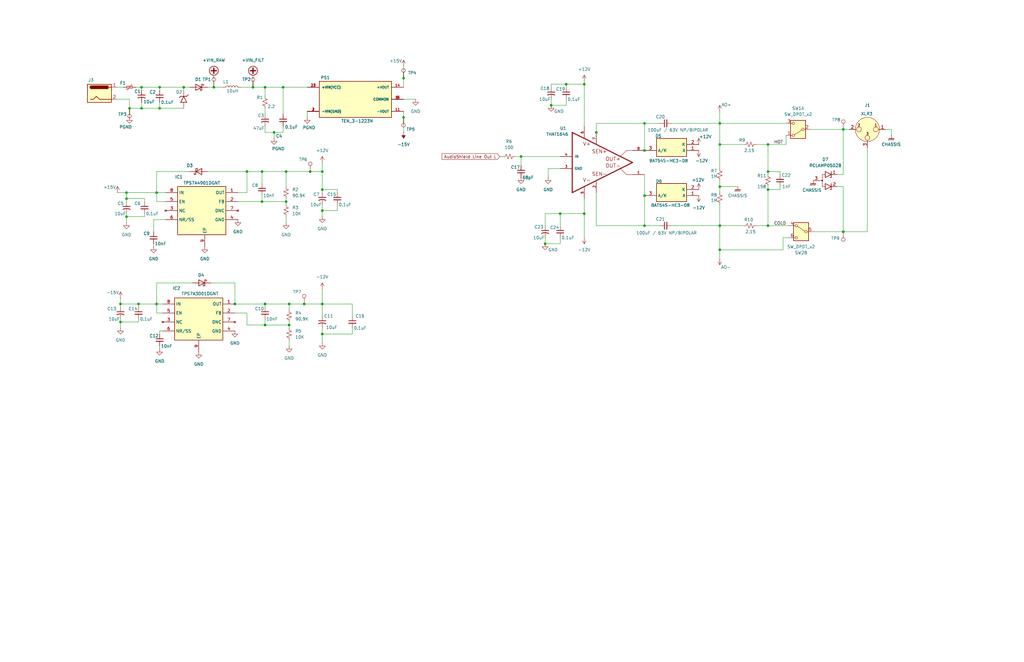
<source format=kicad_sch>
(kicad_sch (version 20250114) (generator "eeschema") (generator_version "9.0")
  (paper "USLedger")
  (lib_symbols
    (symbol "0MyDownloads:BAT54S-HE3-08"
      (property "Reference" "D" (at 19.05 7.62 0))
      (property "Value" "BAT54S-HE3-08" (at 19.05 5.08 0))
      (symbol "BAT54S-HE3-08_1_1"
        (pin passive line (at 0 0 0) (length 5.08) (name "A") (number "1"))
        (pin passive line (at 0 -2.54 0) (length 5.08) (name "K") (number "2"))
        (pin passive line (at 22.86 0 180) (length 5.08) (name "A/K") (number "3"))
      )
    )
    (symbol "0MyDownloads:SMBJ24A" (pin_numbers (hide yes)) (pin_names (hide yes))
      (property "Reference" "D" (at 0 2.54 0))
      (property "Value" "SMBJ24A" (at 0.254 -3.81 0))
      (symbol "SMBJ24A_1_1"
        (pin passive line (at 0 0 0) (length 2.54) (name "K") (number "1"))
        (pin passive line (at 7.62 0 180) (length 2.54) (name "A") (number "2"))
      )
    )
    (symbol "0MyDownloads:TEN_3-1223N" (pin_names (offset 1.016))
      (property "Reference" "PS" (at -15.24 8.382 0))
      (property "Value" "TEN_3-1223N" (at -15.24 -10.16 0))
      (symbol "TEN_3-1223N_0_0"
        (pin input line (at -20.32 5.08 0) (length 5.08) (name "+VIN(VCC)") (number "22"))
        (pin input line (at -20.32 5.08 0) (length 5.08) (name "+VIN(VCC)") (number "23"))
        (pin input line (at -20.32 -5.08 0) (length 5.08) (name "-VIN(GND)") (number "2"))
        (pin input line (at -20.32 -5.08 0) (length 5.08) (name "-VIN(GND)") (number "3"))
        (pin output line (at 20.32 5.08 180) (length 5.08) (name "+VOUT") (number "14"))
        (pin output line (at 20.32 0 180) (length 5.08) (name "COMMON") (number "16"))
        (pin output line (at 20.32 0 180) (length 5.08) (name "COMMON") (number "9"))
        (pin output line (at 20.32 -5.08 180) (length 5.08) (name "-VOUT") (number "11"))
      )
    )
    (symbol "0MyDownloads:TPS7A3001DGNT"
      (property "Reference" "IC" (at -0.254 5.842 0))
      (property "Value" "TPS7A3001DGNT" (at 8.128 4.318 0))
      (symbol "TPS7A3001DGNT_1_1"
        (pin passive line (at 0 0 0) (length 5.08) (name "IN") (number "8"))
        (pin passive line (at 0 -3.81 0) (length 5.08) (name "EN") (number "5"))
        (pin no_connect line (at 0 -7.62 0) (length 5.08) (name "NC") (number "3"))
        (pin passive line (at 0 -11.43 0) (length 5.08) (name "NR/SS") (number "6"))
        (pin passive line (at 15.24 -20.32 90) (length 5.08) (name "EP") (number "9"))
        (pin passive line (at 30.48 0 180) (length 5.08) (name "OUT") (number "1"))
        (pin passive line (at 30.48 -3.81 180) (length 5.08) (name "FB") (number "2"))
        (pin no_connect line (at 30.48 -7.62 180) (length 5.08) (name "DNC") (number "7"))
        (pin passive line (at 30.48 -11.43 180) (length 5.08) (name "GND") (number "4"))
      )
    )
    (symbol "0MyDownloads:TPS7A4901DGNT"
      (property "Reference" "IC" (at 0.254 5.334 0))
      (property "Value" "TPS7A4901DGNT" (at 8.128 4.826 0))
      (symbol "TPS7A4901DGNT_1_1"
        (pin passive line (at 0 0 0) (length 5.08) (name "IN") (number "8"))
        (pin passive line (at 0 -3.81 0) (length 5.08) (name "EN") (number "5"))
        (pin no_connect line (at 0 -7.62 0) (length 5.08) (name "NC") (number "3"))
        (pin passive line (at 0 -11.43 0) (length 5.08) (name "NR/SS") (number "6"))
        (pin passive line (at 16.51 -22.86 90) (length 5.08) (name "EP") (number "9"))
        (pin passive line (at 30.48 0 180) (length 5.08) (name "OUT") (number "1"))
        (pin passive line (at 30.48 -3.81 180) (length 5.08) (name "FB") (number "2"))
        (pin no_connect line (at 30.48 -7.62 180) (length 5.08) (name "DNC") (number "7"))
        (pin passive line (at 30.48 -11.43 180) (length 5.08) (name "GND") (number "4"))
      )
    )
    (symbol "Connector:Barrel_Jack" (pin_names (offset 1.016))
      (property "Reference" "J" (at 0 5.334 0))
      (property "Value" "Barrel_Jack" (at 0 -5.08 0))
      (symbol "Barrel_Jack_1_1"
        (pin passive line (at 7.62 2.54 180) (length 2.54) (name "~") (number "1"))
        (pin passive line (at 7.62 -2.54 180) (length 2.54) (name "~") (number "2"))
      )
    )
    (symbol "Connector:TestPoint" (pin_numbers (hide yes)) (pin_names (offset 0.762) (hide yes))
      (property "Reference" "TP" (at 0 6.858 0))
      (property "Value" "TestPoint" (at 0 5.08 0))
      (symbol "TestPoint_1_1"
        (pin passive line (at 0 0 90) (length 2.54) (name "1") (number "1"))
      )
    )
    (symbol "Connector_Audio:XLR3" (pin_names (hide yes))
      (property "Reference" "J" (at 0 8.89 0))
      (property "Value" "XLR3" (at 0 6.35 0))
      (symbol "XLR3_0_1"
        (text "1" (at -3.556 1.778 0) (effects (font (size 1.016 1.016) (bold yes))))
        (text "3" (at 0 -1.778 0) (effects (font (size 1.016 1.016) (bold yes))))
        (text "2" (at 3.556 1.778 0) (effects (font (size 1.016 1.016) (bold yes))))
        (pin passive line (at -7.62 0 0) (length 2.54) (name "~") (number "1"))
        (pin passive line (at 0 -7.62 90) (length 2.54) (name "~") (number "3"))
        (pin passive line (at 7.62 0 180) (length 2.54) (name "~") (number "2"))
      )
    )
    (symbol "Device:C_Small" (pin_numbers (hide yes)) (pin_names (offset 0.254) (hide yes))
      (property "Reference" "C" (at 0.254 1.778 0))
      (property "Value" "C_Small" (at 0.254 -2.032 0))
      (symbol "C_Small_1_1"
        (pin passive line (at 0 2.54 270) (length 2.032) (name "~") (number "1"))
        (pin passive line (at 0 -2.54 90) (length 2.032) (name "~") (number "2"))
      )
    )
    (symbol "Device:C_Small_US" (pin_numbers (hide yes)) (pin_names (offset 0.254) (hide yes))
      (property "Reference" "C" (at 0.254 1.778 0))
      (property "Value" "C_Small_US" (at 0.254 -2.032 0))
      (symbol "C_Small_US_1_1"
        (pin passive line (at 0 2.54 270) (length 2.032) (name "~") (number "1"))
        (pin passive line (at 0 -2.54 90) (length 2.032) (name "~") (number "2"))
      )
    )
    (symbol "Device:L" (pin_numbers (hide yes)) (pin_names (offset 1.016) (hide yes))
      (property "Reference" "L" (at -1.27 0 90))
      (property "Value" "L" (at 1.905 0 90))
      (symbol "L_1_1"
        (pin passive line (at 0 3.81 270) (length 1.27) (name "1") (number "1"))
        (pin passive line (at 0 -3.81 90) (length 1.27) (name "2") (number "2"))
      )
    )
    (symbol "Device:Polyfuse_Small" (pin_numbers (hide yes)) (pin_names (offset 0))
      (property "Reference" "F" (at -1.905 0 90))
      (property "Value" "Polyfuse_Small" (at 1.905 0 90))
      (symbol "Polyfuse_Small_1_1"
        (pin passive line (at 0 2.54 270) (length 0.635) (name "~") (number "1"))
        (pin passive line (at 0 -2.54 90) (length 0.635) (name "~") (number "2"))
      )
    )
    (symbol "Device:R_Small_US" (pin_numbers (hide yes)) (pin_names (offset 0.254) (hide yes))
      (property "Reference" "R" (at 0.762 0.508 0))
      (property "Value" "R_Small_US" (at 0.762 -1.016 0))
      (symbol "R_Small_US_1_1"
        (pin passive line (at 0 2.54 270) (length 1.016) (name "~") (number "1"))
        (pin passive line (at 0 -2.54 90) (length 1.016) (name "~") (number "2"))
      )
    )
    (symbol "Diode:SS14" (pin_numbers (hide yes)) (pin_names (offset 1.016) (hide yes))
      (property "Reference" "D" (at 0 2.54 0))
      (property "Value" "SS14" (at 0 -2.54 0))
      (symbol "SS14_1_1"
        (pin passive line (at -3.81 0 0) (length 2.54) (name "K") (number "1"))
        (pin passive line (at 3.81 0 180) (length 2.54) (name "A") (number "2"))
      )
    )
    (symbol "MySamacSys:THAT1646" (pin_names (offset 1.016))
      (property "Reference" "U" (at 5.08 11.43 0))
      (property "Value" "THAT1646" (at 5.08 8.89 0))
      (symbol "THAT1646_0_0"
        (text "V+" (at -5.715 6.985 0) (effects (font (size 1.524 1.524)) (justify left bottom)))
        (text "V-" (at -5.715 -8.255 0) (effects (font (size 1.524 1.524)) (justify left bottom)))
        (text "SEN+" (at -1.905 3.81 0) (effects (font (size 1.524 1.524)) (justify left bottom)))
        (text "SEN-" (at -1.905 -5.715 0) (effects (font (size 1.524 1.524)) (justify left bottom)))
        (text "OUT+" (at 3.81 0.635 0) (effects (font (size 1.524 1.524)) (justify left bottom)))
        (text "OUT-" (at 3.81 -2.2225 0) (effects (font (size 1.524 1.524)) (justify left bottom)))
        (pin input line (at -15.24 2.54 0) (length 5.08) (name "IN") (number "4"))
        (pin input line (at -15.24 -2.54 0) (length 5.08) (name "GND") (number "3"))
        (pin power_in line (at -5.08 15.24 270) (length 5.08) (name "~") (number "6"))
        (pin power_in line (at -5.08 -15.24 90) (length 5.08) (name "~") (number "5"))
        (pin output line (at 0 12.7 270) (length 5.08) (name "~") (number "7"))
        (pin passive line (at 0 -12.7 90) (length 5.08) (name "~") (number "2"))
        (pin output line (at 20.32 5.08 180) (length 5.08) (name "~") (number "8"))
        (pin output line (at 20.32 -5.08 180) (length 5.08) (name "~") (number "1"))
      )
    )
    (symbol "Power_Protection:RCLAMP0502B" (pin_names (hide yes))
      (property "Reference" "D" (at 0 5.08 0))
      (property "Value" "RCLAMP0502B" (at 0 -5.08 0))
      (symbol "RCLAMP0502B_0_1"
        (pin passive line (at -5.08 0 0) (length 2.54) (name "A") (number "3"))
      )
      (symbol "RCLAMP0502B_1_1"
        (pin passive line (at 5.08 2.54 180) (length 2.54) (name "K1") (number "1"))
        (pin passive line (at 5.08 -2.54 180) (length 2.54) (name "K2") (number "2"))
      )
    )
    (symbol "Switch:SW_DPDT_x2" (pin_names (offset 0) (hide yes))
      (property "Reference" "SW" (at 0 5.08 0))
      (property "Value" "SW_DPDT_x2" (at 0 -5.08 0))
      (symbol "SW_DPDT_x2_1_1"
        (pin passive line (at -5.08 0 0) (length 2.54) (name "B") (number "2"))
        (pin passive line (at 5.08 2.54 180) (length 2.54) (name "A") (number "1"))
        (pin passive line (at 5.08 -2.54 180) (length 2.54) (name "C") (number "3"))
      )
      (symbol "SW_DPDT_x2_2_1"
        (pin passive line (at -5.08 0 0) (length 2.54) (name "B") (number "5"))
        (pin passive line (at 5.08 2.54 180) (length 2.54) (name "A") (number "4"))
        (pin passive line (at 5.08 -2.54 180) (length 2.54) (name "C") (number "6"))
      )
    )
    (symbol "power:+12C" (power) (pin_numbers (hide yes)) (pin_names (offset 0) (hide yes))
      (property "Value" "+12C" (at 0 3.556 0))
      (symbol "+12C_1_1"
        (pin power_in line (at 0 0 90) (length 0) (name "~") (number "1"))
      )
    )
    (symbol "power:+15V" (power) (pin_numbers (hide yes)) (pin_names (offset 0) (hide yes))
      (property "Value" "+15V" (at 0 3.556 0))
      (symbol "+15V_1_1"
        (pin power_in line (at 0 0 90) (length 0) (name "~") (number "1"))
      )
    )
    (symbol "power:+VDC" (power) (pin_numbers (hide yes)) (pin_names (offset 0) (hide yes))
      (property "Value" "+VDC" (at 0 6.35 0))
      (symbol "+VDC_1_1"
        (pin power_in line (at 0 0 90) (length 0) (name "~") (number "1"))
      )
    )
    (symbol "power:-15V" (power) (pin_numbers (hide yes)) (pin_names (offset 0) (hide yes))
      (property "Value" "-15V" (at 0 3.556 0))
      (symbol "-15V_0_0"
        (pin power_in line (at 0 0 90) (length 0) (name "~") (number "1"))
      )
    )
    (symbol "power:GND" (power) (pin_numbers (hide yes)) (pin_names (offset 0) (hide yes))
      (property "Value" "GND" (at 0 -3.81 0))
      (symbol "GND_1_1"
        (pin power_in line (at 0 0 270) (length 0) (name "~") (number "1"))
      )
    )
    (symbol "power:GNDPWR" (power) (pin_numbers (hide yes)) (pin_names (offset 0) (hide yes))
      (property "Value" "GNDPWR" (at 0 -3.302 0))
      (symbol "GNDPWR_1_1"
        (pin power_in line (at 0 0 270) (length 0) (name "~") (number "1"))
      )
    )
  )
  (junction (at 66.04 81.28))
  (junction (at 66.04 128.27))
  (junction (at 135.89 80.01))
  (junction (at 111.76 128.27))
  (junction (at 303.53 78.74))
  (junction (at 67.31 45.72))
  (junction (at 58.42 128.27))
  (junction (at 111.76 137.16))
  (junction (at 323.85 80.01))
  (junction (at 355.6 97.79))
  (junction (at 110.49 72.39))
  (junction (at 53.34 81.28))
  (junction (at 271.78 52.07))
  (junction (at 59.69 36.83))
  (junction (at 130.81 72.39))
  (junction (at 111.76 36.83))
  (junction (at 236.22 90.17))
  (junction (at 271.78 82.55))
  (junction (at 246.38 90.17))
  (junction (at 219.71 66.04))
  (junction (at 303.53 52.07))
  (junction (at 50.8 128.27))
  (junction (at 232.41 44.45))
  (junction (at 77.47 36.83))
  (junction (at 99.06 128.27))
  (junction (at 323.85 95.25))
  (junction (at 271.78 95.25))
  (junction (at 135.89 88.9))
  (junction (at 271.78 63.5))
  (junction (at 90.17 36.83))
  (junction (at 121.92 137.16))
  (junction (at 229.87 102.87))
  (junction (at 135.89 140.97))
  (junction (at 246.38 35.56))
  (junction (at 121.92 128.27))
  (junction (at 59.69 45.72))
  (junction (at 303.53 105.41))
  (junction (at 323.85 72.39))
  (junction (at 110.49 85.09))
  (junction (at 53.34 91.44))
  (junction (at 170.18 33.02))
  (junction (at 170.18 49.53))
  (junction (at 303.53 95.25))
  (junction (at 115.57 55.88))
  (junction (at 238.76 35.56))
  (junction (at 67.31 36.83))
  (junction (at 50.8 135.89))
  (junction (at 54.61 45.72))
  (junction (at 303.53 60.96))
  (junction (at 251.46 55.88))
  (junction (at 104.14 72.39))
  (junction (at 53.34 83.82))
  (junction (at 135.89 128.27))
  (junction (at 120.65 72.39))
  (junction (at 119.38 36.83))
  (junction (at 355.6 54.61))
  (junction (at 120.65 85.09))
  (junction (at 323.85 60.96))
  (junction (at 135.89 72.39))
  (junction (at 128.27 128.27))
  (junction (at 106.68 36.83))
  (wire (pts (xy 67.31 38.1) (xy 67.31 36.83)))
  (wire (pts (xy 353.06 78.74) (xy 355.6 78.74)))
  (wire (pts (xy 90.17 36.83) (xy 93.98 36.83)))
  (wire (pts (xy 99.06 128.27) (xy 111.76 128.27)))
  (wire (pts (xy 210.82 66.04) (xy 212.09 66.04)))
  (wire (pts (xy 120.65 78.74) (xy 120.65 72.39)))
  (wire (pts (xy 170.18 49.53) (xy 170.18 46.99)))
  (wire (pts (xy 355.6 54.61) (xy 355.6 73.66)))
  (wire (pts (xy 49.53 36.83) (xy 52.07 36.83)))
  (wire (pts (xy 111.76 134.62) (xy 111.76 137.16)))
  (wire (pts (xy 81.28 119.38) (xy 66.04 119.38)))
  (wire (pts (xy 238.76 35.56) (xy 232.41 35.56)))
  (wire (pts (xy 135.89 72.39) (xy 135.89 80.01)))
  (wire (pts (xy 49.53 81.28) (xy 53.34 81.28)))
  (wire (pts (xy 217.17 66.04) (xy 219.71 66.04)))
  (wire (pts (xy 59.69 36.83) (xy 59.69 38.1)))
  (wire (pts (xy 271.78 52.07) (xy 271.78 63.5)))
  (wire (pts (xy 110.49 72.39) (xy 104.14 72.39)))
  (wire (pts (xy 303.53 52.07) (xy 331.47 52.07)))
  (wire (pts (xy 60.96 91.44) (xy 53.34 91.44)))
  (wire (pts (xy 148.59 133.35) (xy 148.59 128.27)))
  (wire (pts (xy 355.6 54.61) (xy 358.14 54.61)))
  (wire (pts (xy 121.92 143.51) (xy 121.92 146.05)))
  (wire (pts (xy 271.78 82.55) (xy 271.78 95.25)))
  (wire (pts (xy 50.8 138.43) (xy 50.8 135.89)))
  (wire (pts (xy 328.93 80.01) (xy 328.93 78.74)))
  (wire (pts (xy 104.14 72.39) (xy 104.14 81.28)))
  (wire (pts (xy 67.31 36.83) (xy 77.47 36.83)))
  (wire (pts (xy 58.42 135.89) (xy 50.8 135.89)))
  (wire (pts (xy 53.34 83.82) (xy 53.34 81.28)))
  (wire (pts (xy 323.85 60.96) (xy 331.47 60.96)))
  (wire (pts (xy 111.76 36.83) (xy 111.76 40.64)))
  (wire (pts (xy 110.49 72.39) (xy 110.49 77.47)))
  (wire (pts (xy 53.34 85.09) (xy 53.34 83.82)))
  (wire (pts (xy 58.42 129.54) (xy 58.42 128.27)))
  (wire (pts (xy 323.85 80.01) (xy 323.85 95.25)))
  (wire (pts (xy 303.53 60.96) (xy 313.69 60.96)))
  (wire (pts (xy 50.8 128.27) (xy 50.8 125.73)))
  (wire (pts (xy 53.34 91.44) (xy 53.34 90.17)))
  (wire (pts (xy 66.04 85.09) (xy 66.04 81.28)))
  (wire (pts (xy 119.38 53.34) (xy 119.38 55.88)))
  (wire (pts (xy 66.04 132.08) (xy 66.04 128.27)))
  (wire (pts (xy 111.76 137.16) (xy 121.92 137.16)))
  (wire (pts (xy 121.92 128.27) (xy 111.76 128.27)))
  (wire (pts (xy 219.71 66.04) (xy 219.71 69.85)))
  (wire (pts (xy 135.89 68.58) (xy 135.89 72.39)))
  (wire (pts (xy 120.65 83.82) (xy 120.65 85.09)))
  (wire (pts (xy 50.8 135.89) (xy 50.8 134.62)))
  (wire (pts (xy 54.61 45.72) (xy 59.69 45.72)))
  (wire (pts (xy 355.6 97.79) (xy 365.76 97.79)))
  (wire (pts (xy 119.38 48.26) (xy 119.38 36.83)))
  (wire (pts (xy 170.18 55.88) (xy 170.18 49.53)))
  (wire (pts (xy 283.21 52.07) (xy 303.53 52.07)))
  (wire (pts (xy 111.76 55.88) (xy 111.76 53.34)))
  (wire (pts (xy 251.46 81.28) (xy 251.46 95.25)))
  (wire (pts (xy 104.14 132.08) (xy 104.14 137.16)))
  (wire (pts (xy 66.04 119.38) (xy 66.04 128.27)))
  (wire (pts (xy 142.24 88.9) (xy 135.89 88.9)))
  (wire (pts (xy 50.8 129.54) (xy 50.8 128.27)))
  (wire (pts (xy 77.47 38.1) (xy 77.47 36.83)))
  (wire (pts (xy 64.77 104.14) (xy 64.77 102.87)))
  (wire (pts (xy 99.06 132.08) (xy 104.14 132.08)))
  (wire (pts (xy 106.68 33.02) (xy 106.68 36.83)))
  (wire (pts (xy 135.89 88.9) (xy 135.89 86.36)))
  (wire (pts (xy 323.85 95.25) (xy 332.74 95.25)))
  (wire (pts (xy 341.63 54.61) (xy 355.6 54.61)))
  (wire (pts (xy 323.85 73.66) (xy 323.85 72.39)))
  (wire (pts (xy 121.92 135.89) (xy 121.92 137.16)))
  (wire (pts (xy 303.53 60.96) (xy 303.53 71.12)))
  (wire (pts (xy 54.61 45.72) (xy 54.61 49.53)))
  (wire (pts (xy 135.89 128.27) (xy 135.89 133.35)))
  (wire (pts (xy 67.31 147.32) (xy 67.31 146.05)))
  (wire (pts (xy 318.77 60.96) (xy 323.85 60.96)))
  (wire (pts (xy 100.33 81.28) (xy 104.14 81.28)))
  (wire (pts (xy 121.92 137.16) (xy 121.92 138.43)))
  (wire (pts (xy 120.65 85.09) (xy 120.65 86.36)))
  (wire (pts (xy 104.14 137.16) (xy 111.76 137.16)))
  (wire (pts (xy 110.49 82.55) (xy 110.49 85.09)))
  (wire (pts (xy 69.85 85.09) (xy 66.04 85.09)))
  (wire (pts (xy 375.92 54.61) (xy 375.92 57.15)))
  (wire (pts (xy 142.24 81.28) (xy 142.24 80.01)))
  (wire (pts (xy 251.46 95.25) (xy 271.78 95.25)))
  (wire (pts (xy 66.04 81.28) (xy 69.85 81.28)))
  (wire (pts (xy 135.89 121.92) (xy 135.89 128.27)))
  (wire (pts (xy 236.22 102.87) (xy 229.87 102.87)))
  (wire (pts (xy 54.61 41.91) (xy 54.61 45.72)))
  (wire (pts (xy 58.42 128.27) (xy 66.04 128.27)))
  (wire (pts (xy 135.89 140.97) (xy 135.89 138.43)))
  (wire (pts (xy 170.18 41.91) (xy 175.26 41.91)))
  (wire (pts (xy 365.76 62.23) (xy 365.76 97.79)))
  (wire (pts (xy 232.41 35.56) (xy 232.41 36.83)))
  (wire (pts (xy 111.76 55.88) (xy 115.57 55.88)))
  (wire (pts (xy 53.34 93.98) (xy 53.34 91.44)))
  (wire (pts (xy 170.18 36.83) (xy 170.18 33.02)))
  (wire (pts (xy 303.53 86.36) (xy 303.53 95.25)))
  (wire (pts (xy 130.81 72.39) (xy 135.89 72.39)))
  (wire (pts (xy 355.6 78.74) (xy 355.6 97.79)))
  (wire (pts (xy 236.22 90.17) (xy 229.87 90.17)))
  (wire (pts (xy 246.38 100.33) (xy 246.38 90.17)))
  (wire (pts (xy 148.59 128.27) (xy 135.89 128.27)))
  (wire (pts (xy 238.76 44.45) (xy 232.41 44.45)))
  (wire (pts (xy 68.58 132.08) (xy 66.04 132.08)))
  (wire (pts (xy 323.85 80.01) (xy 323.85 78.74)))
  (wire (pts (xy 53.34 81.28) (xy 66.04 81.28)))
  (wire (pts (xy 60.96 85.09) (xy 60.96 83.82)))
  (wire (pts (xy 54.61 41.91) (xy 49.53 41.91)))
  (wire (pts (xy 231.14 71.12) (xy 231.14 74.93)))
  (wire (pts (xy 236.22 100.33) (xy 236.22 102.87)))
  (wire (pts (xy 67.31 140.97) (xy 67.31 139.7)))
  (wire (pts (xy 99.06 119.38) (xy 99.06 128.27)))
  (wire (pts (xy 271.78 95.25) (xy 278.13 95.25)))
  (wire (pts (xy 87.63 36.83) (xy 90.17 36.83)))
  (wire (pts (xy 330.2 105.41) (xy 330.2 100.33)))
  (wire (pts (xy 101.6 36.83) (xy 106.68 36.83)))
  (wire (pts (xy 251.46 52.07) (xy 271.78 52.07)))
  (wire (pts (xy 58.42 134.62) (xy 58.42 135.89)))
  (wire (pts (xy 130.81 72.39) (xy 120.65 72.39)))
  (wire (pts (xy 323.85 80.01) (xy 328.93 80.01)))
  (wire (pts (xy 238.76 41.91) (xy 238.76 44.45)))
  (wire (pts (xy 251.46 52.07) (xy 251.46 55.88)))
  (wire (pts (xy 232.41 44.45) (xy 232.41 41.91)))
  (wire (pts (xy 303.53 95.25) (xy 313.69 95.25)))
  (wire (pts (xy 59.69 36.83) (xy 67.31 36.83)))
  (wire (pts (xy 303.53 52.07) (xy 303.53 60.96)))
  (wire (pts (xy 330.2 100.33) (xy 332.74 100.33)))
  (wire (pts (xy 67.31 139.7) (xy 68.58 139.7)))
  (wire (pts (xy 236.22 90.17) (xy 246.38 90.17)))
  (wire (pts (xy 100.33 85.09) (xy 110.49 85.09)))
  (wire (pts (xy 64.77 92.71) (xy 69.85 92.71)))
  (wire (pts (xy 323.85 60.96) (xy 323.85 72.39)))
  (wire (pts (xy 111.76 128.27) (xy 111.76 129.54)))
  (wire (pts (xy 148.59 138.43) (xy 148.59 140.97)))
  (wire (pts (xy 342.9 97.79) (xy 355.6 97.79)))
  (wire (pts (xy 303.53 46.99) (xy 303.53 52.07)))
  (wire (pts (xy 50.8 128.27) (xy 58.42 128.27)))
  (wire (pts (xy 60.96 83.82) (xy 53.34 83.82)))
  (wire (pts (xy 331.47 60.96) (xy 331.47 57.15)))
  (wire (pts (xy 303.53 105.41) (xy 330.2 105.41)))
  (wire (pts (xy 128.27 128.27) (xy 135.89 128.27)))
  (wire (pts (xy 115.57 55.88) (xy 119.38 55.88)))
  (wire (pts (xy 251.46 59.69) (xy 251.46 55.88)))
  (wire (pts (xy 373.38 54.61) (xy 375.92 54.61)))
  (wire (pts (xy 106.68 36.83) (xy 111.76 36.83)))
  (wire (pts (xy 66.04 72.39) (xy 66.04 81.28)))
  (wire (pts (xy 129.54 49.53) (xy 129.54 46.99)))
  (wire (pts (xy 80.01 72.39) (xy 66.04 72.39)))
  (wire (pts (xy 271.78 73.66) (xy 271.78 82.55)))
  (wire (pts (xy 303.53 95.25) (xy 303.53 105.41)))
  (wire (pts (xy 77.47 36.83) (xy 80.01 36.83)))
  (wire (pts (xy 246.38 35.56) (xy 246.38 53.34)))
  (wire (pts (xy 121.92 130.81) (xy 121.92 128.27)))
  (wire (pts (xy 120.65 91.44) (xy 120.65 93.98)))
  (wire (pts (xy 60.96 90.17) (xy 60.96 91.44)))
  (wire (pts (xy 115.57 58.42) (xy 115.57 55.88)))
  (wire (pts (xy 59.69 45.72) (xy 67.31 45.72)))
  (wire (pts (xy 142.24 80.01) (xy 135.89 80.01)))
  (wire (pts (xy 135.89 80.01) (xy 135.89 81.28)))
  (wire (pts (xy 318.77 95.25) (xy 323.85 95.25)))
  (wire (pts (xy 170.18 33.02) (xy 170.18 27.94)))
  (wire (pts (xy 120.65 72.39) (xy 110.49 72.39)))
  (wire (pts (xy 236.22 95.25) (xy 236.22 90.17)))
  (wire (pts (xy 135.89 91.44) (xy 135.89 88.9)))
  (wire (pts (xy 303.53 76.2) (xy 303.53 78.74)))
  (wire (pts (xy 67.31 45.72) (xy 77.47 45.72)))
  (wire (pts (xy 271.78 52.07) (xy 278.13 52.07)))
  (wire (pts (xy 119.38 36.83) (xy 129.54 36.83)))
  (wire (pts (xy 90.17 33.02) (xy 90.17 36.83)))
  (wire (pts (xy 246.38 35.56) (xy 238.76 35.56)))
  (wire (pts (xy 110.49 85.09) (xy 120.65 85.09)))
  (wire (pts (xy 303.53 78.74) (xy 311.15 78.74)))
  (wire (pts (xy 229.87 90.17) (xy 229.87 95.25)))
  (wire (pts (xy 64.77 97.79) (xy 64.77 92.71)))
  (wire (pts (xy 67.31 43.18) (xy 67.31 45.72)))
  (wire (pts (xy 142.24 86.36) (xy 142.24 88.9)))
  (wire (pts (xy 246.38 90.17) (xy 246.38 83.82)))
  (wire (pts (xy 59.69 43.18) (xy 59.69 45.72)))
  (wire (pts (xy 236.22 71.12) (xy 231.14 71.12)))
  (wire (pts (xy 238.76 36.83) (xy 238.76 35.56)))
  (wire (pts (xy 353.06 73.66) (xy 355.6 73.66)))
  (wire (pts (xy 111.76 45.72) (xy 111.76 48.26)))
  (wire (pts (xy 66.04 128.27) (xy 68.58 128.27)))
  (wire (pts (xy 323.85 72.39) (xy 328.93 72.39)))
  (wire (pts (xy 219.71 66.04) (xy 236.22 66.04)))
  (wire (pts (xy 111.76 36.83) (xy 119.38 36.83)))
  (wire (pts (xy 303.53 105.41) (xy 303.53 109.22)))
  (wire (pts (xy 328.93 72.39) (xy 328.93 73.66)))
  (wire (pts (xy 135.89 144.78) (xy 135.89 140.97)))
  (wire (pts (xy 128.27 128.27) (xy 121.92 128.27)))
  (wire (pts (xy 87.63 72.39) (xy 104.14 72.39)))
  (wire (pts (xy 57.15 36.83) (xy 59.69 36.83)))
  (wire (pts (xy 229.87 102.87) (xy 229.87 100.33)))
  (wire (pts (xy 246.38 34.29) (xy 246.38 35.56)))
  (wire (pts (xy 88.9 119.38) (xy 99.06 119.38)))
  (wire (pts (xy 283.21 95.25) (xy 303.53 95.25)))
  (wire (pts (xy 148.59 140.97) (xy 135.89 140.97)))
  (wire (pts (xy 303.53 78.74) (xy 303.53 81.28)))
  (label "HOT" (at 326.39 60.96 0))
  (label "COLD" (at 326.39 95.25 0))
  (global_label "AudioShield Line Out L" (shape input) (at 210.82 66.04 180) (property "Intersheetrefs" "${INTERSHEET_REFS}" (effects (hide yes))))
  (symbol (lib_id "Connector:TestPoint") (at 355.6 54.61 0) (unit 1)
    (property "Reference" "TP8" (at 350.774 50.546 0) (effects (justify left)))
    (property "Value" "TestPoint" (effects (hide yes)))
    (property "Description" "test point" (effects (hide yes)))
  )
  (symbol (lib_id "power:+12C") (at 303.53 46.99 0) (unit 1)
    (property "Reference" "#PWR027" (effects (hide yes)))
    (property "Value" "AO+" (at 306.324 44.196 0))
    (property "Description" "Power symbol creates a global label with name \"+12C\"" (effects (hide yes)))
  )
  (symbol (lib_id "Device:C_Small_US") (at 50.8 132.08 0) (unit 1)
    (property "Reference" "C13" (at 45.212 130.302 0) (effects (justify left)))
    (property "Value" "10uF" (at 45.72 134.62 0) (effects (justify left)))
    (property "Description" "capacitor, small US symbol" (effects (hide yes)))
  )
  (symbol (lib_id "power:GND") (at 53.34 93.98 0) (unit 1)
    (property "Reference" "#PWR012" (effects (hide yes)))
    (property "Value" "GND" (at 53.34 99.06 0))
    (property "Description" "Power symbol creates a global label with name \"GND\" , ground" (effects (hide yes)))
  )
  (symbol (lib_id "Device:C_Small") (at 64.77 100.33 0) (unit 1)
    (property "Reference" "C9" (at 60.452 98.552 0) (effects (justify left)))
    (property "Value" "10nF" (at 65.278 102.87 0) (effects (justify left)))
    (property "Description" "Unpolarized capacitor, small symbol" (effects (hide yes)))
  )
  (symbol (lib_id "power:GND") (at 229.87 102.87 0) (unit 1)
    (property "Reference" "#PWR039" (effects (hide yes)))
    (property "Value" "GND" (at 233.172 105.41 0))
    (property "Description" "Power symbol creates a global label with name \"GND\" , ground" (effects (hide yes)))
  )
  (symbol (lib_id "power:+12C") (at 246.38 100.33 180) (unit 1)
    (property "Reference" "#PWR026" (effects (hide yes)))
    (property "Value" "-12V" (at 246.38 105.41 0))
    (property "Description" "Power symbol creates a global label with name \"+12C\"" (effects (hide yes)))
  )
  (symbol (lib_id "MySamacSys:THAT1646") (at 251.46 68.58 0) (unit 1)
    (property "Reference" "U1" (at 237.49 54.102 0))
    (property "Value" "THAT1646" (at 234.95 56.642 0))
    (property "MF" "Others" (effects (hide yes)))
    (property "Package" "None" (effects (hide yes)))
    (property "Price" "None" (effects (hide yes)))
    (property "SnapEDA_Link" "https://www.snapeda.com/parts/THAT1646/Byte+Brothers/view-part/?ref=snap" (effects (hide yes)))
    (property "MP" "THAT1646" (effects (hide yes)))
    (property "Availability" "Not in stock" (effects (hide yes)))
    (property "Check_prices" "https://www.snapeda.com/parts/THAT1646/Byte+Brothers/view-part/?ref=eda" (effects (hide yes)))
  )
  (symbol (lib_id "Power_Protection:RCLAMP0502B") (at 347.98 76.2 0) (unit 1)
    (property "Reference" "D7" (at 348.0435 67.31 0))
    (property "Value" "RCLAMP0502B" (at 348.0435 69.85 0))
    (property "Footprint" "Package_TO_SOT_SMD:SOT-416" (effects (hide yes)))
    (property "Datasheet" "https://www.semtech.com/products/circuit-protection/low-capacitance/rclamp0502b" (effects (hide yes)))
    (property "Description" "Low capacitance unidirectional dual ESD protection diode, SC-75" (effects (hide yes)))
  )
  (symbol (lib_id "power:+VDC") (at 90.17 33.02 0) (unit 1)
    (property "Reference" "#PWR03" (effects (hide yes)))
    (property "Value" "+VIN_RAW" (at 90.17 25.4 0))
    (property "Description" "Power symbol creates a global label with name \"+VDC\"" (effects (hide yes)))
  )
  (symbol (lib_id "0MyDownloads:SMBJ24A") (at 77.47 38.1 270) (unit 1)
    (property "Reference" "D2" (at 74.168 38.862 90) (effects (justify left)))
    (property "Value" "SMBJ24A" (effects (hide yes)))
    (property "Footprint" "DIOM5436X244N" (effects (hide yes)))
    (property "Datasheet" "https://www.bourns.com/docs/Product-Datasheets/SMBJ.pdf" (effects (hide yes)))
    (property "Description" "Bourns SMBJ24A, Uni-Directional TVS Diode, 600W, 2-Pin DO-214AA" (effects (hide yes)))
    (property "Height" "2.44" (effects (hide yes)))
    (property "Mouser Part Number" "652-SMBJ24A" (effects (hide yes)))
    (property "Mouser Price/Stock" "https://www.mouser.co.uk/ProductDetail/Bourns/SMBJ24A?qs=%252Bf8Cd6aE5bw8ORwlx6vP0Q%3D%3D" (effects (hide yes)))
    (property "Manufacturer_Name" "Bourns" (effects (hide yes)))
    (property "Manufacturer_Part_Number" "SMBJ24A" (effects (hide yes)))
  )
  (symbol (lib_id "power:GND") (at 100.33 92.71 0) (unit 1)
    (property "Reference" "#PWR010" (effects (hide yes)))
    (property "Value" "GND" (at 100.33 97.79 0))
    (property "Description" "Power symbol creates a global label with name \"GND\" , ground" (effects (hide yes)))
  )
  (symbol (lib_id "power:+VDC") (at 106.68 33.02 0) (unit 1)
    (property "Reference" "#PWR04" (effects (hide yes)))
    (property "Value" "+VIN_FILT" (at 106.68 25.4 0))
    (property "Description" "Power symbol creates a global label with name \"+VDC\"" (effects (hide yes)))
  )
  (symbol (lib_id "Device:C_Small_US") (at 135.89 135.89 0) (unit 1)
    (property "Reference" "C11" (at 136.652 133.35 0) (effects (justify left)))
    (property "Value" "10uF" (at 137.414 138.176 0) (effects (justify left)))
    (property "Description" "capacitor, small US symbol" (effects (hide yes)))
  )
  (symbol (lib_id "Connector:TestPoint") (at 106.68 36.83 0) (unit 1)
    (property "Reference" "TP2" (at 102.108 33.528 0) (effects (justify left)))
    (property "Value" "TestPoint" (effects (hide yes)))
    (property "Description" "test point" (effects (hide yes)))
  )
  (symbol (lib_id "power:GND") (at 99.06 139.7 0) (unit 1)
    (property "Reference" "#PWR018" (effects (hide yes)))
    (property "Value" "GND" (at 99.06 144.78 0))
    (property "Description" "Power symbol creates a global label with name \"GND\" , ground" (effects (hide yes)))
  )
  (symbol (lib_id "Device:C_Small_US") (at 229.87 97.79 0) (unit 1)
    (property "Reference" "C23" (at 225.298 95.758 0) (effects (justify left)))
    (property "Value" "10uF" (at 224.79 100.33 0) (effects (justify left)))
    (property "Description" "capacitor, small US symbol" (effects (hide yes)))
  )
  (symbol (lib_id "Device:C_Small_US") (at 59.69 40.64 0) (unit 1)
    (property "Reference" "C1" (at 56.642 38.608 0) (effects (justify left)))
    (property "Value" "10uF" (at 60.452 42.926 0) (effects (justify left)))
    (property "Description" "capacitor, small US symbol" (effects (hide yes)))
  )
  (symbol (lib_id "Device:C_Small") (at 67.31 143.51 0) (unit 1)
    (property "Reference" "C12" (at 62.992 141.732 0) (effects (justify left)))
    (property "Value" "10nF" (at 67.818 146.05 0) (effects (justify left)))
    (property "Description" "Unpolarized capacitor, small symbol" (effects (hide yes)))
  )
  (symbol (lib_id "power:GND") (at 121.92 146.05 0) (unit 1)
    (property "Reference" "#PWR017" (effects (hide yes)))
    (property "Value" "GND" (at 121.92 151.13 0))
    (property "Description" "Power symbol creates a global label with name \"GND\" , ground" (effects (hide yes)))
  )
  (symbol (lib_id "Connector:TestPoint") (at 90.17 36.83 0) (unit 1)
    (property "Reference" "TP1" (at 85.344 33.528 0) (effects (justify left)))
    (property "Value" "TestPoint" (effects (hide yes)))
    (property "Description" "test point" (effects (hide yes)))
  )
  (symbol (lib_id "Connector:TestPoint") (at 170.18 33.02 0) (unit 1)
    (property "Reference" "TP4" (at 171.958 30.734 0) (effects (justify left)))
    (property "Value" "TestPoint" (effects (hide yes)))
    (property "Description" "test point" (effects (hide yes)))
  )
  (symbol (lib_id "Diode:SS14") (at 83.82 36.83 0) (mirror y) (unit 1)
    (property "Reference" "D1" (at 83.566 33.528 0))
    (property "Value" "SS14" (effects (hide yes)))
    (property "Footprint" "Diode_SMD:D_SMA" (effects (hide yes)))
    (property "Datasheet" "https://www.vishay.com/docs/88746/ss12.pdf" (effects (hide yes)))
    (property "Description" "40V 1A Schottky Diode, SMA" (effects (hide yes)))
  )
  (symbol (lib_id "Connector_Audio:XLR3") (at 365.76 54.61 0) (mirror y) (unit 1)
    (property "Reference" "J1" (at 365.76 44.45 0))
    (property "Value" "XLR3" (at 365.506 48.006 0))
    (property "Description" "XLR Connector, Male or Female, 3 Pins" (effects (hide yes)))
  )
  (symbol (lib_id "Device:R_Small_US") (at 303.53 83.82 180) (unit 1)
    (property "Reference" "R8" (at 299.72 82.296 0) (effects (justify right)))
    (property "Value" "1M" (at 299.72 84.582 0) (effects (justify right)))
    (property "Description" "Resistor, small US symbol" (effects (hide yes)))
  )
  (symbol (lib_id "Device:R_Small_US") (at 323.85 76.2 180) (unit 1)
    (property "Reference" "R11" (at 319.278 74.168 0) (effects (justify right)))
    (property "Value" "158" (at 319.278 78.74 0) (effects (justify right)))
    (property "Description" "Resistor, small US symbol" (effects (hide yes)))
  )
  (symbol (lib_id "Device:R_Small_US") (at 111.76 43.18 0) (unit 1)
    (property "Reference" "R1" (at 108.204 41.148 0) (effects (justify left)))
    (property "Value" "2.2" (at 112.776 44.958 0) (effects (justify left)))
    (property "Description" "Resistor, small US symbol" (effects (hide yes)))
  )
  (symbol (lib_id "Device:C_Small_US") (at 53.34 87.63 0) (unit 1)
    (property "Reference" "C5" (at 49.53 85.852 0) (effects (justify left)))
    (property "Value" "10uF" (at 48.26 90.17 0) (effects (justify left)))
    (property "Description" "capacitor, small US symbol" (effects (hide yes)))
  )
  (symbol (lib_id "0MyDownloads:BAT54S-HE3-08") (at 294.64 82.55 180) (unit 1)
    (property "Reference" "D6" (at 277.876 76.454 0))
    (property "Value" "BAT54S-HE3-08" (at 282.702 86.614 0))
    (property "Footprint" "SOT95P248X115-3N" (effects (hide yes)))
    (property "Datasheet" "http://www.vishay.com/docs/85508/bat54.pdf" (effects (hide yes)))
    (property "Description" "Schottky Diodes & Rectifiers 200mA 30 Volt" (effects (hide yes)))
    (property "Height" "1.15" (effects (hide yes)))
    (property "Mouser Part Number" "78-BAT54S-HE3-08" (effects (hide yes)))
    (property "Mouser Price/Stock" "https://www.mouser.co.uk/ProductDetail/Vishay-Semiconductors/BAT54S-HE3-08?qs=ESFF34Uzhwhn6y9Gfu%2FCEQ%3D%3D" (effects (hide yes)))
    (property "Manufacturer_Name" "Vishay" (effects (hide yes)))
    (property "Manufacturer_Part_Number" "BAT54S-HE3-08" (effects (hide yes)))
  )
  (symbol (lib_id "Device:L") (at 97.79 36.83 90) (unit 1)
    (property "Reference" "L1" (at 95.25 34.544 90))
    (property "Value" "10uH" (at 98.044 38.354 90))
    (property "Description" "Inductor" (effects (hide yes)))
  )
  (symbol (lib_id "Device:R_Small_US") (at 316.23 95.25 90) (unit 1)
    (property "Reference" "R10" (at 315.722 92.71 90))
    (property "Value" "2.15" (at 316.484 97.79 90))
    (property "Description" "Resistor, small US symbol" (effects (hide yes)))
  )
  (symbol (lib_id "power:+12C") (at 294.64 82.55 180) (unit 1)
    (property "Reference" "#PWR037" (effects (hide yes)))
    (property "Value" "-12V" (at 294.64 87.63 0))
    (property "Description" "Power symbol creates a global label with name \"+12C\"" (effects (hide yes)))
  )
  (symbol (lib_id "power:+12C") (at 246.38 34.29 0) (unit 1)
    (property "Reference" "#PWR025" (effects (hide yes)))
    (property "Value" "+12V" (at 246.38 29.21 0))
    (property "Description" "Power symbol creates a global label with name \"+12C\"" (effects (hide yes)))
  )
  (symbol (lib_id "Device:C_Small") (at 111.76 132.08 0) (unit 1)
    (property "Reference" "C10" (at 107.442 130.302 0) (effects (justify left)))
    (property "Value" "10nF" (at 112.268 134.62 0) (effects (justify left)))
    (property "Description" "Unpolarized capacitor, small symbol" (effects (hide yes)))
  )
  (symbol (lib_id "power:GND") (at 232.41 44.45 0) (unit 1)
    (property "Reference" "#PWR032" (effects (hide yes)))
    (property "Value" "GND" (at 235.712 46.99 0))
    (property "Description" "Power symbol creates a global label with name \"GND\" , ground" (effects (hide yes)))
  )
  (symbol (lib_id "0MyDownloads:BAT54S-HE3-08") (at 294.64 63.5 180) (unit 1)
    (property "Reference" "D5" (at 277.622 57.404 0))
    (property "Value" "BAT54S-HE3-08" (at 281.94 67.818 0))
    (property "Footprint" "SOT95P248X115-3N" (effects (hide yes)))
    (property "Datasheet" "http://www.vishay.com/docs/85508/bat54.pdf" (effects (hide yes)))
    (property "Description" "Schottky Diodes & Rectifiers 200mA 30 Volt" (effects (hide yes)))
    (property "Height" "1.15" (effects (hide yes)))
    (property "Mouser Part Number" "78-BAT54S-HE3-08" (effects (hide yes)))
    (property "Mouser Price/Stock" "https://www.mouser.co.uk/ProductDetail/Vishay-Semiconductors/BAT54S-HE3-08?qs=ESFF34Uzhwhn6y9Gfu%2FCEQ%3D%3D" (effects (hide yes)))
    (property "Manufacturer_Name" "Vishay" (effects (hide yes)))
    (property "Manufacturer_Part_Number" "BAT54S-HE3-08" (effects (hide yes)))
  )
  (symbol (lib_id "Device:C_Small") (at 60.96 87.63 0) (unit 1)
    (property "Reference" "C6" (at 56.642 85.852 0) (effects (justify left)))
    (property "Value" "0.1uF" (at 61.468 90.17 0) (effects (justify left)))
    (property "Description" "Unpolarized capacitor, small symbol" (effects (hide yes)))
  )
  (symbol (lib_id "power:GND") (at 86.36 104.14 0) (unit 1)
    (property "Reference" "#PWR013" (effects (hide yes)))
    (property "Value" "GND" (at 86.36 109.22 0))
    (property "Description" "Power symbol creates a global label with name \"GND\" , ground" (effects (hide yes)))
  )
  (symbol (lib_id "power:GND") (at 135.89 144.78 0) (unit 1)
    (property "Reference" "#PWR016" (effects (hide yes)))
    (property "Value" "GND" (at 135.89 149.86 0))
    (property "Description" "Power symbol creates a global label with name \"GND\" , ground" (effects (hide yes)))
  )
  (symbol (lib_id "power:GNDPWR") (at 342.9 76.2 0) (unit 1)
    (property "Reference" "#PWR036" (effects (hide yes)))
    (property "Value" "CHASSIS" (at 342.392 80.264 0))
    (property "Description" "Power symbol creates a global label with name \"GNDPWR\" , global ground" (effects (hide yes)))
  )
  (symbol (lib_id "Device:C_Small") (at 238.76 39.37 0) (unit 1)
    (property "Reference" "C19" (at 234.442 37.592 0) (effects (justify left)))
    (property "Value" "0.1uF" (at 239.268 41.91 0) (effects (justify left)))
    (property "Description" "Unpolarized capacitor, small symbol" (effects (hide yes)))
  )
  (symbol (lib_id "0MyDownloads:TEN_3-1223N") (at 149.86 41.91 0) (unit 1)
    (property "Reference" "PS1" (at 137.16 32.766 0))
    (property "Value" "TEN_3-1223N" (at 150.622 51.054 0))
    (property "Footprint" "TEN_3-1223N:CONV_TEN_3-1223N" (effects (hide yes)))
    (property "MF" "Traco Power" (effects (hide yes)))
    (property "MAXIMUM_PACKAGE_HEIGHT" "10.7mm" (effects (hide yes)))
    (property "Package" "DIP-24 Traco Power" (effects (hide yes)))
    (property "Price" "None" (effects (hide yes)))
    (property "Check_prices" "https://www.snapeda.com/parts/TEN%203-1223N/Traco+Power/view-part/?ref=eda" (effects (hide yes)))
    (property "STANDARD" "Manufacturer Recommendations" (effects (hide yes)))
    (property "PARTREV" "February 3, 2021" (effects (hide yes)))
    (property "SnapEDA_Link" "https://www.snapeda.com/parts/TEN%203-1223N/Traco+Power/view-part/?ref=snap" (effects (hide yes)))
    (property "MP" "TEN 3-1223N" (effects (hide yes)))
    (property "Description_1" "3 Watt DC/DC converter, industrial, 2:1 input, cost optimized design, encapsulated, DIP-24" (effects (hide yes)))
    (property "Availability" "In Stock" (effects (hide yes)))
    (property "MANUFACTURER" "Traco Power" (effects (hide yes)))
  )
  (symbol (lib_id "Device:R_Small_US") (at 120.65 81.28 0) (unit 1)
    (property "Reference" "R2" (at 123.19 80.0099 0) (effects (justify left)))
    (property "Value" "90.9K" (at 123.19 82.5499 0) (effects (justify left)))
    (property "Description" "Resistor, small US symbol" (effects (hide yes)))
  )
  (symbol (lib_id "power:GND") (at 231.14 74.93 0) (unit 1)
    (property "Reference" "#PWR029" (effects (hide yes)))
    (property "Value" "GND" (at 231.14 80.01 0))
    (property "Description" "Power symbol creates a global label with name \"GND\" , ground" (effects (hide yes)))
  )
  (symbol (lib_id "Device:Polyfuse_Small") (at 54.61 36.83 90) (unit 1)
    (property "Reference" "F1" (at 51.816 35.052 90))
    (property "Value" "0ZCF0150FF2C" (effects (hide yes)))
    (property "Description" "Resettable fuse, polymeric positive temperature coefficient, small symbol" (effects (hide yes)))
  )
  (symbol (lib_id "power:+15V") (at 49.53 81.28 0) (unit 1)
    (property "Reference" "#PWR08" (effects (hide yes)))
    (property "Value" "+15V" (at 46.228 78.994 0))
    (property "Description" "Power symbol creates a global label with name \"+15V\"" (effects (hide yes)))
  )
  (symbol (lib_id "Connector:TestPoint") (at 170.18 49.53 180) (unit 1)
    (property "Reference" "TP5" (at 175.006 54.61 0) (effects (justify left)))
    (property "Value" "TestPoint" (effects (hide yes)))
    (property "Description" "test point" (effects (hide yes)))
  )
  (symbol (lib_id "power:GND") (at 54.61 49.53 0) (unit 1)
    (property "Reference" "#PWR02" (effects (hide yes)))
    (property "Value" "PGND" (at 50.292 53.594 0) (effects (justify left)))
    (property "Description" "Power symbol creates a global label with name \"GND\" , ground" (effects (hide yes)))
  )
  (symbol (lib_id "power:GND") (at 135.89 91.44 0) (unit 1)
    (property "Reference" "#PWR015" (effects (hide yes)))
    (property "Value" "GND" (at 135.89 96.52 0))
    (property "Description" "Power symbol creates a global label with name \"GND\" , ground" (effects (hide yes)))
  )
  (symbol (lib_id "Device:C_Small_US") (at 111.76 50.8 0) (unit 1)
    (property "Reference" "C3" (at 108.712 48.768 0) (effects (justify left)))
    (property "Value" "47uF" (at 106.68 54.102 0) (effects (justify left)))
    (property "Description" "capacitor, small US symbol" (effects (hide yes)))
  )
  (symbol (lib_id "0MyDownloads:TPS7A3001DGNT") (at 68.58 128.27 0) (unit 1)
    (property "Reference" "IC2" (at 74.422 121.666 0))
    (property "Value" "TPS7A3001DGNT" (at 84.328 123.952 0))
    (property "Footprint" "SOP65P490X110-9N" (effects (hide yes)))
    (property "Datasheet" "http://www.ti.com/lit/gpn/tps7a30" (effects (hide yes)))
    (property "Description" "Texas Instruments TPS7A3001DGNT, Single Negative Voltage Regulator 200mA Adjustable -33 V, 2.5%, 8-Pin MSOP" (effects (hide yes)))
    (property "Height" "1.1" (effects (hide yes)))
    (property "Mouser Part Number" "595-TPS7A3001DGNT" (effects (hide yes)))
    (property "Mouser Price/Stock" "https://www.mouser.co.uk/ProductDetail/Texas-Instruments/TPS7A3001DGNT?qs=Ze4%2FuFuz19LavO%2F4UkWKug%3D%3D" (effects (hide yes)))
    (property "Manufacturer_Name" "Texas Instruments" (effects (hide yes)))
    (property "Manufacturer_Part_Number" "TPS7A3001DGNT" (effects (hide yes)))
  )
  (symbol (lib_id "Device:R_Small_US") (at 120.65 88.9 0) (unit 1)
    (property "Reference" "R3" (at 123.19 87.6299 0) (effects (justify left)))
    (property "Value" "10K" (at 123.19 90.1699 0) (effects (justify left)))
    (property "Description" "Resistor, small US symbol" (effects (hide yes)))
  )
  (symbol (lib_id "Device:R_Small_US") (at 121.92 133.35 0) (unit 1)
    (property "Reference" "R4" (at 124.46 132.0799 0) (effects (justify left)))
    (property "Value" "90.9K" (at 124.46 134.6199 0) (effects (justify left)))
    (property "Description" "Resistor, small US symbol" (effects (hide yes)))
  )
  (symbol (lib_id "power:GND") (at 175.26 41.91 0) (unit 1)
    (property "Reference" "#PWR05" (effects (hide yes)))
    (property "Value" "GND" (at 175.26 46.99 0))
    (property "Description" "Power symbol creates a global label with name \"GND\" , ground" (effects (hide yes)))
  )
  (symbol (lib_id "Device:C_Small") (at 58.42 132.08 0) (unit 1)
    (property "Reference" "C14" (at 54.102 130.302 0) (effects (justify left)))
    (property "Value" "0.1uF" (at 58.928 134.62 0) (effects (justify left)))
    (property "Description" "Unpolarized capacitor, small symbol" (effects (hide yes)))
  )
  (symbol (lib_id "Device:C_Small") (at 219.71 72.39 0) (unit 1)
    (property "Reference" "C17" (at 215.392 70.612 0) (effects (justify left)))
    (property "Value" "68pF" (at 220.218 74.93 0) (effects (justify left)))
    (property "Description" "Unpolarized capacitor, small symbol" (effects (hide yes)))
  )
  (symbol (lib_id "Device:C_Small") (at 280.67 52.07 90) (unit 1)
    (property "Reference" "C20" (at 280.416 49.276 90) (effects (justify left)))
    (property "Value" "100uF / 63V NP/BIPOLAR" (at 298.704 54.864 90) (effects (justify left)))
    (property "Description" "Unpolarized capacitor, small symbol" (effects (hide yes)))
  )
  (symbol (lib_id "power:+12C") (at 294.64 63.5 180) (unit 1)
    (property "Reference" "#PWR035" (effects (hide yes)))
    (property "Value" "-12V" (at 295.91 67.818 0))
    (property "Description" "Power symbol creates a global label with name \"+12C\"" (effects (hide yes)))
  )
  (symbol (lib_id "power:+12C") (at 303.53 109.22 180) (unit 1)
    (property "Reference" "#PWR028" (effects (hide yes)))
    (property "Value" "AO-" (at 306.07 112.776 0))
    (property "Description" "Power symbol creates a global label with name \"+12C\"" (effects (hide yes)))
  )
  (symbol (lib_id "Device:C_Small_US") (at 232.41 39.37 0) (unit 1)
    (property "Reference" "C18" (at 227.838 37.338 0) (effects (justify left)))
    (property "Value" "10uF" (at 227.33 41.91 0) (effects (justify left)))
    (property "Description" "capacitor, small US symbol" (effects (hide yes)))
  )
  (symbol (lib_id "Device:C_Small") (at 119.38 50.8 0) (unit 1)
    (property "Reference" "C4" (at 116.332 57.404 0) (effects (justify left)))
    (property "Value" "0.1uF" (at 120.142 53.594 0) (effects (justify left)))
    (property "Description" "Unpolarized capacitor, small symbol" (effects (hide yes)))
  )
  (symbol (lib_id "Switch:SW_DPDT_x2") (at 336.55 54.61 180) (unit 1)
    (property "Reference" "SW1" (at 336.55 45.72 0))
    (property "Value" "SW_DPDT_x2" (at 336.55 48.26 0))
    (property "Description" "Switch, dual pole double throw, separate symbols" (effects (hide yes)))
  )
  (symbol (lib_id "Device:C_Small") (at 236.22 97.79 0) (unit 1)
    (property "Reference" "C24" (at 231.902 96.012 0) (effects (justify left)))
    (property "Value" "0.1uF" (at 236.728 100.33 0) (effects (justify left)))
    (property "Description" "Unpolarized capacitor, small symbol" (effects (hide yes)))
  )
  (symbol (lib_id "Device:C_Small") (at 280.67 95.25 90) (unit 1)
    (property "Reference" "C21" (at 280.416 92.456 90) (effects (justify left)))
    (property "Value" "100uF / 63V NP/BIPOLAR" (at 293.878 98.298 90) (effects (justify left)))
    (property "Description" "Unpolarized capacitor, small symbol" (effects (hide yes)))
  )
  (symbol (lib_id "power:GND") (at 129.54 49.53 0) (unit 1)
    (property "Reference" "#PWR07" (effects (hide yes)))
    (property "Value" "PGND" (at 130.302 53.848 0))
    (property "Description" "Power symbol creates a global label with name \"GND\" , ground" (effects (hide yes)))
  )
  (symbol (lib_id "Device:C_Small") (at 142.24 83.82 0) (unit 1)
    (property "Reference" "C15" (at 137.922 82.042 0) (effects (justify left)))
    (property "Value" "0.1uF" (at 142.748 86.36 0) (effects (justify left)))
    (property "Description" "Unpolarized capacitor, small symbol" (effects (hide yes)))
  )
  (symbol (lib_id "Device:C_Small") (at 148.59 135.89 0) (unit 1)
    (property "Reference" "C16" (at 149.86 133.35 0) (effects (justify left)))
    (property "Value" "0.1uF" (at 149.098 138.43 0) (effects (justify left)))
    (property "Description" "Unpolarized capacitor, small symbol" (effects (hide yes)))
  )
  (symbol (lib_id "power:GNDPWR") (at 311.15 78.74 0) (unit 1)
    (property "Reference" "#PWR033" (effects (hide yes)))
    (property "Value" "CHASSIS" (at 311.023 82.55 0))
    (property "Description" "Power symbol creates a global label with name \"GNDPWR\" , global ground" (effects (hide yes)))
  )
  (symbol (lib_id "Device:R_Small_US") (at 316.23 60.96 90) (unit 1)
    (property "Reference" "R9" (at 312.928 59.182 90))
    (property "Value" "2.15" (at 315.976 63.5 90))
    (property "Description" "Resistor, small US symbol" (effects (hide yes)))
  )
  (symbol (lib_id "Device:C_Small") (at 67.31 40.64 0) (unit 1)
    (property "Reference" "C2" (at 62.992 38.862 0) (effects (justify left)))
    (property "Value" "0.1uF" (at 67.818 43.18 0) (effects (justify left)))
    (property "Description" "Unpolarized capacitor, small symbol" (effects (hide yes)))
  )
  (symbol (lib_id "power:GNDPWR") (at 375.92 57.15 0) (unit 1)
    (property "Reference" "#PWR030" (effects (hide yes)))
    (property "Value" "CHASSIS" (at 375.793 60.96 0))
    (property "Description" "Power symbol creates a global label with name \"GNDPWR\" , global ground" (effects (hide yes)))
  )
  (symbol (lib_id "power:+12C") (at 135.89 121.92 0) (unit 1)
    (property "Reference" "#PWR024" (effects (hide yes)))
    (property "Value" "-12V" (at 135.89 116.84 0))
    (property "Description" "Power symbol creates a global label with name \"+12C\"" (effects (hide yes)))
  )
  (symbol (lib_id "power:GND") (at 50.8 138.43 0) (unit 1)
    (property "Reference" "#PWR022" (effects (hide yes)))
    (property "Value" "GND" (at 50.8 143.51 0))
    (property "Description" "Power symbol creates a global label with name \"GND\" , ground" (effects (hide yes)))
  )
  (symbol (lib_id "Connector:TestPoint") (at 130.81 72.39 0) (unit 1)
    (property "Reference" "TP6" (at 125.984 67.31 0) (effects (justify left)))
    (property "Value" "TestPoint" (effects (hide yes)))
    (property "Description" "test point" (effects (hide yes)))
  )
  (symbol (lib_id "power:+15V") (at 50.8 125.73 0) (unit 1)
    (property "Reference" "#PWR021" (effects (hide yes)))
    (property "Value" "-15V" (at 47.498 123.444 0))
    (property "Description" "Power symbol creates a global label with name \"+15V\"" (effects (hide yes)))
  )
  (symbol (lib_id "power:GND") (at 83.82 148.59 0) (unit 1)
    (property "Reference" "#PWR019" (effects (hide yes)))
    (property "Value" "GND" (at 83.82 153.67 0))
    (property "Description" "Power symbol creates a global label with name \"GND\" , ground" (effects (hide yes)))
  )
  (symbol (lib_id "power:GND") (at 219.71 74.93 0) (unit 1)
    (property "Reference" "#PWR031" (effects (hide yes)))
    (property "Value" "GND" (at 219.71 80.01 0))
    (property "Description" "Power symbol creates a global label with name \"GND\" , ground" (effects (hide yes)))
  )
  (symbol (lib_id "power:GND") (at 115.57 58.42 0) (unit 1)
    (property "Reference" "#PWR09" (effects (hide yes)))
    (property "Value" "PGND" (at 117.348 62.738 0))
    (property "Description" "Power symbol creates a global label with name \"GND\" , ground" (effects (hide yes)))
  )
  (symbol (lib_id "power:GND") (at 67.31 147.32 0) (unit 1)
    (property "Reference" "#PWR020" (effects (hide yes)))
    (property "Value" "GND" (at 67.31 152.4 0))
    (property "Description" "Power symbol creates a global label with name \"GND\" , ground" (effects (hide yes)))
  )
  (symbol (lib_id "Switch:SW_DPDT_x2") (at 337.82 97.79 0) (mirror y) (unit 2)
    (property "Reference" "SW2" (at 337.82 106.68 0))
    (property "Value" "SW_DPDT_x2" (at 337.82 104.14 0))
    (property "Description" "Switch, dual pole double throw, separate symbols" (effects (hide yes)))
  )
  (symbol (lib_id "Device:R_Small_US") (at 214.63 66.04 90) (unit 1)
    (property "Reference" "R6" (at 214.63 59.69 90))
    (property "Value" "100" (at 214.63 62.23 90))
    (property "Description" "Resistor, small US symbol" (effects (hide yes)))
  )
  (symbol (lib_id "power:+12C") (at 294.64 60.96 0) (unit 1)
    (property "Reference" "#PWR034" (effects (hide yes)))
    (property "Value" "+12V" (at 297.434 57.658 0))
    (property "Description" "Power symbol creates a global label with name \"+12C\"" (effects (hide yes)))
  )
  (symbol (lib_id "power:GND") (at 120.65 93.98 0) (unit 1)
    (property "Reference" "#PWR014" (effects (hide yes)))
    (property "Value" "GND" (at 120.65 99.06 0))
    (property "Description" "Power symbol creates a global label with name \"GND\" , ground" (effects (hide yes)))
  )
  (symbol (lib_id "power:GND") (at 64.77 104.14 0) (unit 1)
    (property "Reference" "#PWR011" (effects (hide yes)))
    (property "Value" "GND" (at 64.77 109.22 0))
    (property "Description" "Power symbol creates a global label with name \"GND\" , ground" (effects (hide yes)))
  )
  (symbol (lib_id "power:+15V") (at 170.18 27.94 0) (unit 1)
    (property "Reference" "#PWR01" (effects (hide yes)))
    (property "Value" "+15V" (at 166.878 25.654 0))
    (property "Description" "Power symbol creates a global label with name \"+15V\"" (effects (hide yes)))
  )
  (symbol (lib_id "Device:R_Small_US") (at 121.92 140.97 0) (unit 1)
    (property "Reference" "R5" (at 124.46 139.6999 0) (effects (justify left)))
    (property "Value" "10K" (at 124.46 142.2399 0) (effects (justify left)))
    (property "Description" "Resistor, small US symbol" (effects (hide yes)))
  )
  (symbol (lib_id "Device:C_Small") (at 110.49 80.01 0) (unit 1)
    (property "Reference" "C8" (at 106.172 78.232 0) (effects (justify left)))
    (property "Value" "10nF" (at 110.998 82.55 0) (effects (justify left)))
    (property "Description" "Unpolarized capacitor, small symbol" (effects (hide yes)))
  )
  (symbol (lib_id "Connector:TestPoint") (at 128.27 128.27 0) (unit 1)
    (property "Reference" "TP7" (at 123.444 123.19 0) (effects (justify left)))
    (property "Value" "TestPoint" (effects (hide yes)))
    (property "Description" "test point" (effects (hide yes)))
  )
  (symbol (lib_id "Connector:TestPoint") (at 355.6 97.79 180) (unit 1)
    (property "Reference" "TP9" (at 354.076 100.584 0) (effects (justify left)))
    (property "Value" "TestPoint" (effects (hide yes)))
    (property "Description" "test point" (effects (hide yes)))
  )
  (symbol (lib_id "Connector:TestPoint") (at 54.61 45.72 180) (unit 1)
    (property "Reference" "TP3" (at 49.784 48.26 0) (effects (justify right)))
    (property "Value" "TestPoint" (effects (hide yes)))
    (property "Description" "test point" (effects (hide yes)))
  )
  (symbol (lib_id "Diode:SS14") (at 83.82 72.39 0) (mirror x) (unit 1)
    (property "Reference" "D3" (at 80.01 69.85 0))
    (property "Value" "SS14" (effects (hide yes)))
    (property "Footprint" "Diode_SMD:D_SMA" (effects (hide yes)))
    (property "Datasheet" "https://www.vishay.com/docs/88746/ss12.pdf" (effects (hide yes)))
    (property "Description" "40V 1A Schottky Diode, SMA" (effects (hide yes)))
  )
  (symbol (lib_id "Device:C_Small_US") (at 135.89 83.82 0) (unit 1)
    (property "Reference" "C7" (at 132.08 82.042 0) (effects (justify left)))
    (property "Value" "10uF" (at 130.81 86.36 0) (effects (justify left)))
    (property "Description" "capacitor, small US symbol" (effects (hide yes)))
  )
  (symbol (lib_id "power:+12C") (at 294.64 80.01 0) (unit 1)
    (property "Reference" "#PWR038" (effects (hide yes)))
    (property "Value" "+12V" (at 294.386 75.946 0))
    (property "Description" "Power symbol creates a global label with name \"+12C\"" (effects (hide yes)))
  )
  (symbol (lib_id "Connector:Barrel_Jack") (at 41.91 39.37 0) (unit 1)
    (property "Reference" "J3" (at 38.354 33.782 0))
    (property "Value" "694106301002" (effects (hide yes)))
    (property "Description" "DC Barrel Jack" (effects (hide yes)))
  )
  (symbol (lib_id "power:-15V") (at 170.18 55.88 180) (unit 1)
    (property "Reference" "#PWR06" (effects (hide yes)))
    (property "Value" "-15V" (at 170.18 60.96 0))
    (property "Description" "Power symbol creates a global label with name \"-15V\"" (effects (hide yes)))
  )
  (symbol (lib_id "0MyDownloads:TPS7A4901DGNT") (at 69.85 81.28 0) (unit 1)
    (property "Reference" "IC1" (at 75.438 74.676 0))
    (property "Value" "TPS7A4901DGNT" (at 85.09 77.216 0))
    (property "Footprint" "SOP65P490X110-9N" (effects (hide yes)))
    (property "Datasheet" "http://www.ti.com/lit/gpn/tps7a49" (effects (hide yes)))
    (property "Description" "Texas Instruments TPS7A4901DGNT, Single Linear Voltage Regulator, 150mA Adjustable 33 V, 2.5%, 8-Pin MSOP" (effects (hide yes)))
    (property "Height" "1.1" (effects (hide yes)))
    (property "Mouser Part Number" "595-TPS7A4901DGNT" (effects (hide yes)))
    (property "Mouser Price/Stock" "https://www.mouser.co.uk/ProductDetail/Texas-Instruments/TPS7A4901DGNT?qs=Ze4%2FuFuz19LLKCUpRQYLSQ%3D%3D" (effects (hide yes)))
    (property "Manufacturer_Name" "Texas Instruments" (effects (hide yes)))
    (property "Manufacturer_Part_Number" "TPS7A4901DGNT" (effects (hide yes)))
  )
  (symbol (lib_id "Diode:SS14") (at 85.09 119.38 0) (mirror y) (unit 1)
    (property "Reference" "D4" (at 84.836 116.078 0))
    (property "Value" "SS14" (effects (hide yes)))
    (property "Footprint" "Diode_SMD:D_SMA" (effects (hide yes)))
    (property "Datasheet" "https://www.vishay.com/docs/88746/ss12.pdf" (effects (hide yes)))
    (property "Description" "40V 1A Schottky Diode, SMA" (effects (hide yes)))
  )
  (symbol (lib_id "power:+12C") (at 135.89 68.58 0) (unit 1)
    (property "Reference" "#PWR023" (effects (hide yes)))
    (property "Value" "+12V" (at 135.89 63.5 0))
    (property "Description" "Power symbol creates a global label with name \"+12C\"" (effects (hide yes)))
  )
  (symbol (lib_id "Device:C_Small") (at 328.93 76.2 180) (unit 1)
    (property "Reference" "C22" (at 333.502 73.914 0) (effects (justify left)))
    (property "Value" "1nF" (at 333.502 78.74 0) (effects (justify left)))
    (property "Description" "Unpolarized capacitor, small symbol" (effects (hide yes)))
  )
  (symbol (lib_id "Device:R_Small_US") (at 303.53 73.66 180) (unit 1)
    (property "Reference" "R7" (at 299.72 72.136 0) (effects (justify right)))
    (property "Value" "1M" (at 299.72 74.422 0) (effects (justify right)))
    (property "Description" "Resistor, small US symbol" (effects (hide yes)))
  )
)
</source>
